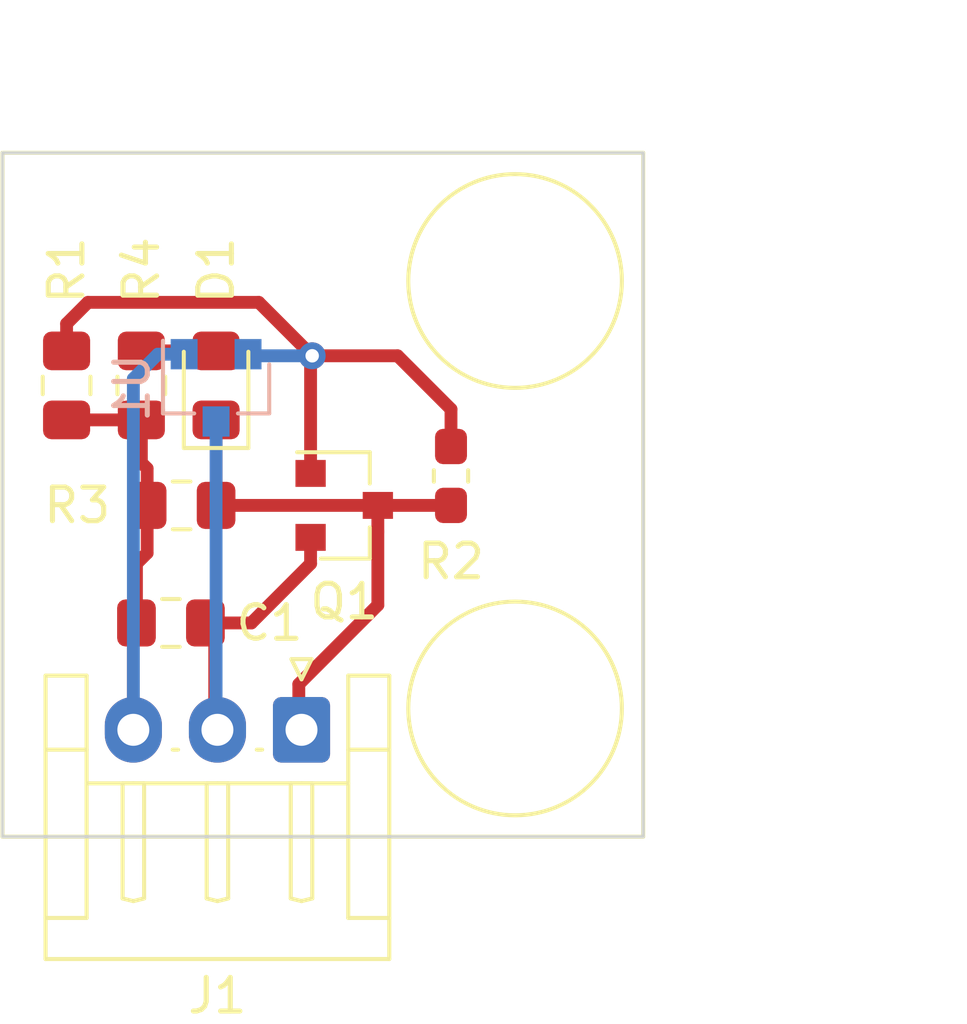
<source format=kicad_pcb>
(kicad_pcb (version 20171130) (host pcbnew "(5.1.5)-3")

  (general
    (thickness 1.6)
    (drawings 15)
    (tracks 39)
    (zones 0)
    (modules 11)
    (nets 6)
  )

  (page A4)
  (layers
    (0 F.Cu signal)
    (31 B.Cu signal)
    (32 B.Adhes user)
    (33 F.Adhes user)
    (34 B.Paste user)
    (35 F.Paste user)
    (36 B.SilkS user)
    (37 F.SilkS user)
    (38 B.Mask user)
    (39 F.Mask user)
    (40 Dwgs.User user)
    (41 Cmts.User user)
    (42 Eco1.User user)
    (43 Eco2.User user)
    (44 Edge.Cuts user)
    (45 Margin user)
    (46 B.CrtYd user)
    (47 F.CrtYd user)
    (48 B.Fab user hide)
    (49 F.Fab user hide)
  )

  (setup
    (last_trace_width 0.25)
    (user_trace_width 0.381)
    (trace_clearance 0.2)
    (zone_clearance 0.508)
    (zone_45_only no)
    (trace_min 0.2)
    (via_size 0.8)
    (via_drill 0.4)
    (via_min_size 0.4)
    (via_min_drill 0.3)
    (user_via 0.889 0.381)
    (uvia_size 0.3)
    (uvia_drill 0.1)
    (uvias_allowed no)
    (uvia_min_size 0.2)
    (uvia_min_drill 0.1)
    (edge_width 0.05)
    (segment_width 0.2)
    (pcb_text_width 0.3)
    (pcb_text_size 1.5 1.5)
    (mod_edge_width 0.12)
    (mod_text_size 1 1)
    (mod_text_width 0.15)
    (pad_size 1.524 1.524)
    (pad_drill 0.762)
    (pad_to_mask_clearance 0.051)
    (solder_mask_min_width 0.25)
    (aux_axis_origin 0 0)
    (grid_origin 139.7 63.5)
    (visible_elements 7FFFFFFF)
    (pcbplotparams
      (layerselection 0x010f0_ffffffff)
      (usegerberextensions false)
      (usegerberattributes false)
      (usegerberadvancedattributes false)
      (creategerberjobfile false)
      (excludeedgelayer true)
      (linewidth 0.100000)
      (plotframeref false)
      (viasonmask false)
      (mode 1)
      (useauxorigin false)
      (hpglpennumber 1)
      (hpglpenspeed 20)
      (hpglpendiameter 15.000000)
      (psnegative false)
      (psa4output false)
      (plotreference true)
      (plotvalue true)
      (plotinvisibletext false)
      (padsonsilk false)
      (subtractmaskfromsilk false)
      (outputformat 1)
      (mirror false)
      (drillshape 0)
      (scaleselection 1)
      (outputdirectory "./"))
  )

  (net 0 "")
  (net 1 GND)
  (net 2 +5V)
  (net 3 /Led+)
  (net 4 /Out)
  (net 5 /SensorOut)

  (net_class Default "This is the default net class."
    (clearance 0.2)
    (trace_width 0.25)
    (via_dia 0.8)
    (via_drill 0.4)
    (uvia_dia 0.3)
    (uvia_drill 0.1)
    (add_net +5V)
    (add_net /Led+)
    (add_net /Out)
    (add_net /SensorOut)
    (add_net GND)
  )

  (module Resistor_SMD:R_0603_1608Metric_Pad1.05x0.95mm_HandSolder (layer F.Cu) (tedit 5B301BBD) (tstamp 5DE4E80C)
    (at 153.035 52.7825 90)
    (descr "Resistor SMD 0603 (1608 Metric), square (rectangular) end terminal, IPC_7351 nominal with elongated pad for handsoldering. (Body size source: http://www.tortai-tech.com/upload/download/2011102023233369053.pdf), generated with kicad-footprint-generator")
    (tags "resistor handsolder")
    (path /5DE484AA)
    (attr smd)
    (fp_text reference R2 (at -2.54 0 180) (layer F.SilkS)
      (effects (font (size 1 1) (thickness 0.15)))
    )
    (fp_text value R (at 0 1.43 90) (layer F.Fab)
      (effects (font (size 1 1) (thickness 0.15)))
    )
    (fp_text user %R (at 0 0 90) (layer F.Fab)
      (effects (font (size 0.4 0.4) (thickness 0.06)))
    )
    (fp_line (start 1.65 0.73) (end -1.65 0.73) (layer F.CrtYd) (width 0.05))
    (fp_line (start 1.65 -0.73) (end 1.65 0.73) (layer F.CrtYd) (width 0.05))
    (fp_line (start -1.65 -0.73) (end 1.65 -0.73) (layer F.CrtYd) (width 0.05))
    (fp_line (start -1.65 0.73) (end -1.65 -0.73) (layer F.CrtYd) (width 0.05))
    (fp_line (start -0.171267 0.51) (end 0.171267 0.51) (layer F.SilkS) (width 0.12))
    (fp_line (start -0.171267 -0.51) (end 0.171267 -0.51) (layer F.SilkS) (width 0.12))
    (fp_line (start 0.8 0.4) (end -0.8 0.4) (layer F.Fab) (width 0.1))
    (fp_line (start 0.8 -0.4) (end 0.8 0.4) (layer F.Fab) (width 0.1))
    (fp_line (start -0.8 -0.4) (end 0.8 -0.4) (layer F.Fab) (width 0.1))
    (fp_line (start -0.8 0.4) (end -0.8 -0.4) (layer F.Fab) (width 0.1))
    (pad 2 smd roundrect (at 0.875 0 90) (size 1.05 0.95) (layers F.Cu F.Paste F.Mask) (roundrect_rratio 0.25)
      (net 5 /SensorOut))
    (pad 1 smd roundrect (at -0.875 0 90) (size 1.05 0.95) (layers F.Cu F.Paste F.Mask) (roundrect_rratio 0.25)
      (net 4 /Out))
    (model ${KISYS3DMOD}/Resistor_SMD.3dshapes/R_0603_1608Metric.wrl
      (at (xyz 0 0 0))
      (scale (xyz 1 1 1))
      (rotate (xyz 0 0 0))
    )
  )

  (module "0-MiscParts:MountingHole _1-8_1-4" (layer F.Cu) (tedit 5D5FAF04) (tstamp 5DE4F0B3)
    (at 154.94 59.69)
    (path /5DE64126)
    (fp_text reference H2 (at 0 2.032) (layer F.Fab)
      (effects (font (size 1 1) (thickness 0.15)))
    )
    (fp_text value MountingHole (at 0 -2.032) (layer F.Fab)
      (effects (font (size 1 1) (thickness 0.15)))
    )
    (fp_circle (center 0 0) (end 3.175 0) (layer F.SilkS) (width 0.12))
    (pad "" np_thru_hole circle (at 0 0) (size 3.175 3.175) (drill 3.175) (layers *.Cu *.Mask))
  )

  (module "0-MiscParts:MountingHole _1-8_1-4" (layer F.Cu) (tedit 5D5FAF04) (tstamp 5DE4F0AD)
    (at 154.94 46.99)
    (path /5DE63B03)
    (fp_text reference H1 (at 0 2.032) (layer F.Fab)
      (effects (font (size 1 1) (thickness 0.15)))
    )
    (fp_text value MountingHole (at 0 -2.032) (layer F.Fab)
      (effects (font (size 1 1) (thickness 0.15)))
    )
    (fp_circle (center 0 0) (end 3.175 0) (layer F.SilkS) (width 0.12))
    (pad "" np_thru_hole circle (at 0 0) (size 3.175 3.175) (drill 3.175) (layers *.Cu *.Mask))
  )

  (module Package_TO_SOT_SMD:SOT-23 (layer B.Cu) (tedit 5A02FF57) (tstamp 5DE4E40D)
    (at 146.05 50.165 270)
    (descr "SOT-23, Standard")
    (tags SOT-23)
    (path /5DE4B14E)
    (attr smd)
    (fp_text reference U1 (at 0 2.5 90) (layer B.SilkS)
      (effects (font (size 1 1) (thickness 0.15)) (justify mirror))
    )
    (fp_text value AH3572 (at 0 -2.5 90) (layer B.Fab)
      (effects (font (size 1 1) (thickness 0.15)) (justify mirror))
    )
    (fp_line (start 0.76 -1.58) (end -0.7 -1.58) (layer B.SilkS) (width 0.12))
    (fp_line (start 0.76 1.58) (end -1.4 1.58) (layer B.SilkS) (width 0.12))
    (fp_line (start -1.7 -1.75) (end -1.7 1.75) (layer B.CrtYd) (width 0.05))
    (fp_line (start 1.7 -1.75) (end -1.7 -1.75) (layer B.CrtYd) (width 0.05))
    (fp_line (start 1.7 1.75) (end 1.7 -1.75) (layer B.CrtYd) (width 0.05))
    (fp_line (start -1.7 1.75) (end 1.7 1.75) (layer B.CrtYd) (width 0.05))
    (fp_line (start 0.76 1.58) (end 0.76 0.65) (layer B.SilkS) (width 0.12))
    (fp_line (start 0.76 -1.58) (end 0.76 -0.65) (layer B.SilkS) (width 0.12))
    (fp_line (start -0.7 -1.52) (end 0.7 -1.52) (layer B.Fab) (width 0.1))
    (fp_line (start 0.7 1.52) (end 0.7 -1.52) (layer B.Fab) (width 0.1))
    (fp_line (start -0.7 0.95) (end -0.15 1.52) (layer B.Fab) (width 0.1))
    (fp_line (start -0.15 1.52) (end 0.7 1.52) (layer B.Fab) (width 0.1))
    (fp_line (start -0.7 0.95) (end -0.7 -1.5) (layer B.Fab) (width 0.1))
    (fp_text user %R (at 0 0 180) (layer B.Fab)
      (effects (font (size 0.5 0.5) (thickness 0.075)) (justify mirror))
    )
    (pad 3 smd rect (at 1 0 270) (size 0.9 0.8) (layers B.Cu B.Paste B.Mask)
      (net 1 GND))
    (pad 2 smd rect (at -1 -0.95 270) (size 0.9 0.8) (layers B.Cu B.Paste B.Mask)
      (net 5 /SensorOut))
    (pad 1 smd rect (at -1 0.95 270) (size 0.9 0.8) (layers B.Cu B.Paste B.Mask)
      (net 2 +5V))
    (model ${KISYS3DMOD}/Package_TO_SOT_SMD.3dshapes/SOT-23.wrl
      (at (xyz 0 0 0))
      (scale (xyz 1 1 1))
      (rotate (xyz 0 0 0))
    )
  )

  (module Resistor_SMD:R_0805_2012Metric_Pad1.15x1.40mm_HandSolder (layer F.Cu) (tedit 5B36C52B) (tstamp 5DE4E7DC)
    (at 143.8275 50.0925 90)
    (descr "Resistor SMD 0805 (2012 Metric), square (rectangular) end terminal, IPC_7351 nominal with elongated pad for handsoldering. (Body size source: https://docs.google.com/spreadsheets/d/1BsfQQcO9C6DZCsRaXUlFlo91Tg2WpOkGARC1WS5S8t0/edit?usp=sharing), generated with kicad-footprint-generator")
    (tags "resistor handsolder")
    (path /5DE48C74)
    (attr smd)
    (fp_text reference R4 (at 3.42 0 90) (layer F.SilkS)
      (effects (font (size 1 1) (thickness 0.15)))
    )
    (fp_text value 5.1k (at 0 1.65 90) (layer F.Fab)
      (effects (font (size 1 1) (thickness 0.15)))
    )
    (fp_text user %R (at 0 0 90) (layer F.Fab)
      (effects (font (size 0.5 0.5) (thickness 0.08)))
    )
    (fp_line (start 1.85 0.95) (end -1.85 0.95) (layer F.CrtYd) (width 0.05))
    (fp_line (start 1.85 -0.95) (end 1.85 0.95) (layer F.CrtYd) (width 0.05))
    (fp_line (start -1.85 -0.95) (end 1.85 -0.95) (layer F.CrtYd) (width 0.05))
    (fp_line (start -1.85 0.95) (end -1.85 -0.95) (layer F.CrtYd) (width 0.05))
    (fp_line (start -0.261252 0.71) (end 0.261252 0.71) (layer F.SilkS) (width 0.12))
    (fp_line (start -0.261252 -0.71) (end 0.261252 -0.71) (layer F.SilkS) (width 0.12))
    (fp_line (start 1 0.6) (end -1 0.6) (layer F.Fab) (width 0.1))
    (fp_line (start 1 -0.6) (end 1 0.6) (layer F.Fab) (width 0.1))
    (fp_line (start -1 -0.6) (end 1 -0.6) (layer F.Fab) (width 0.1))
    (fp_line (start -1 0.6) (end -1 -0.6) (layer F.Fab) (width 0.1))
    (pad 2 smd roundrect (at 1.025 0 90) (size 1.15 1.4) (layers F.Cu F.Paste F.Mask) (roundrect_rratio 0.217391)
      (net 3 /Led+))
    (pad 1 smd roundrect (at -1.025 0 90) (size 1.15 1.4) (layers F.Cu F.Paste F.Mask) (roundrect_rratio 0.217391)
      (net 2 +5V))
    (model ${KISYS3DMOD}/Resistor_SMD.3dshapes/R_0805_2012Metric.wrl
      (at (xyz 0 0 0))
      (scale (xyz 1 1 1))
      (rotate (xyz 0 0 0))
    )
  )

  (module Resistor_SMD:R_0805_2012Metric_Pad1.15x1.40mm_HandSolder (layer F.Cu) (tedit 5B36C52B) (tstamp 5DE4E86C)
    (at 145.025 53.6575)
    (descr "Resistor SMD 0805 (2012 Metric), square (rectangular) end terminal, IPC_7351 nominal with elongated pad for handsoldering. (Body size source: https://docs.google.com/spreadsheets/d/1BsfQQcO9C6DZCsRaXUlFlo91Tg2WpOkGARC1WS5S8t0/edit?usp=sharing), generated with kicad-footprint-generator")
    (tags "resistor handsolder")
    (path /5DE487CF)
    (attr smd)
    (fp_text reference R3 (at -3.1025 0) (layer F.SilkS)
      (effects (font (size 1 1) (thickness 0.15)))
    )
    (fp_text value 10k (at 0 1.65) (layer F.Fab)
      (effects (font (size 1 1) (thickness 0.15)))
    )
    (fp_text user %R (at 0 0) (layer F.Fab)
      (effects (font (size 0.5 0.5) (thickness 0.08)))
    )
    (fp_line (start 1.85 0.95) (end -1.85 0.95) (layer F.CrtYd) (width 0.05))
    (fp_line (start 1.85 -0.95) (end 1.85 0.95) (layer F.CrtYd) (width 0.05))
    (fp_line (start -1.85 -0.95) (end 1.85 -0.95) (layer F.CrtYd) (width 0.05))
    (fp_line (start -1.85 0.95) (end -1.85 -0.95) (layer F.CrtYd) (width 0.05))
    (fp_line (start -0.261252 0.71) (end 0.261252 0.71) (layer F.SilkS) (width 0.12))
    (fp_line (start -0.261252 -0.71) (end 0.261252 -0.71) (layer F.SilkS) (width 0.12))
    (fp_line (start 1 0.6) (end -1 0.6) (layer F.Fab) (width 0.1))
    (fp_line (start 1 -0.6) (end 1 0.6) (layer F.Fab) (width 0.1))
    (fp_line (start -1 -0.6) (end 1 -0.6) (layer F.Fab) (width 0.1))
    (fp_line (start -1 0.6) (end -1 -0.6) (layer F.Fab) (width 0.1))
    (pad 2 smd roundrect (at 1.025 0) (size 1.15 1.4) (layers F.Cu F.Paste F.Mask) (roundrect_rratio 0.217391)
      (net 4 /Out))
    (pad 1 smd roundrect (at -1.025 0) (size 1.15 1.4) (layers F.Cu F.Paste F.Mask) (roundrect_rratio 0.217391)
      (net 2 +5V))
    (model ${KISYS3DMOD}/Resistor_SMD.3dshapes/R_0805_2012Metric.wrl
      (at (xyz 0 0 0))
      (scale (xyz 1 1 1))
      (rotate (xyz 0 0 0))
    )
  )

  (module Resistor_SMD:R_0805_2012Metric_Pad1.15x1.40mm_HandSolder (layer F.Cu) (tedit 5B36C52B) (tstamp 5DE4E8F9)
    (at 141.605 50.0925 90)
    (descr "Resistor SMD 0805 (2012 Metric), square (rectangular) end terminal, IPC_7351 nominal with elongated pad for handsoldering. (Body size source: https://docs.google.com/spreadsheets/d/1BsfQQcO9C6DZCsRaXUlFlo91Tg2WpOkGARC1WS5S8t0/edit?usp=sharing), generated with kicad-footprint-generator")
    (tags "resistor handsolder")
    (path /5DE49315)
    (attr smd)
    (fp_text reference R1 (at 3.42 0 90) (layer F.SilkS)
      (effects (font (size 1 1) (thickness 0.15)))
    )
    (fp_text value 4.7k (at 0 1.65 90) (layer F.Fab)
      (effects (font (size 1 1) (thickness 0.15)))
    )
    (fp_text user %R (at 0 0 90) (layer F.Fab)
      (effects (font (size 0.5 0.5) (thickness 0.08)))
    )
    (fp_line (start 1.85 0.95) (end -1.85 0.95) (layer F.CrtYd) (width 0.05))
    (fp_line (start 1.85 -0.95) (end 1.85 0.95) (layer F.CrtYd) (width 0.05))
    (fp_line (start -1.85 -0.95) (end 1.85 -0.95) (layer F.CrtYd) (width 0.05))
    (fp_line (start -1.85 0.95) (end -1.85 -0.95) (layer F.CrtYd) (width 0.05))
    (fp_line (start -0.261252 0.71) (end 0.261252 0.71) (layer F.SilkS) (width 0.12))
    (fp_line (start -0.261252 -0.71) (end 0.261252 -0.71) (layer F.SilkS) (width 0.12))
    (fp_line (start 1 0.6) (end -1 0.6) (layer F.Fab) (width 0.1))
    (fp_line (start 1 -0.6) (end 1 0.6) (layer F.Fab) (width 0.1))
    (fp_line (start -1 -0.6) (end 1 -0.6) (layer F.Fab) (width 0.1))
    (fp_line (start -1 0.6) (end -1 -0.6) (layer F.Fab) (width 0.1))
    (pad 2 smd roundrect (at 1.025 0 90) (size 1.15 1.4) (layers F.Cu F.Paste F.Mask) (roundrect_rratio 0.217391)
      (net 5 /SensorOut))
    (pad 1 smd roundrect (at -1.025 0 90) (size 1.15 1.4) (layers F.Cu F.Paste F.Mask) (roundrect_rratio 0.217391)
      (net 2 +5V))
    (model ${KISYS3DMOD}/Resistor_SMD.3dshapes/R_0805_2012Metric.wrl
      (at (xyz 0 0 0))
      (scale (xyz 1 1 1))
      (rotate (xyz 0 0 0))
    )
  )

  (module Package_TO_SOT_SMD:SOT-23 (layer F.Cu) (tedit 5A02FF57) (tstamp 5DE4E8A0)
    (at 149.86 53.6575)
    (descr "SOT-23, Standard")
    (tags SOT-23)
    (path /5DE47943)
    (attr smd)
    (fp_text reference Q1 (at 0 2.8575) (layer F.SilkS)
      (effects (font (size 1 1) (thickness 0.15)))
    )
    (fp_text value Q_NMOS_GSD (at 0 2.5) (layer F.Fab)
      (effects (font (size 1 1) (thickness 0.15)))
    )
    (fp_line (start 0.76 1.58) (end -0.7 1.58) (layer F.SilkS) (width 0.12))
    (fp_line (start 0.76 -1.58) (end -1.4 -1.58) (layer F.SilkS) (width 0.12))
    (fp_line (start -1.7 1.75) (end -1.7 -1.75) (layer F.CrtYd) (width 0.05))
    (fp_line (start 1.7 1.75) (end -1.7 1.75) (layer F.CrtYd) (width 0.05))
    (fp_line (start 1.7 -1.75) (end 1.7 1.75) (layer F.CrtYd) (width 0.05))
    (fp_line (start -1.7 -1.75) (end 1.7 -1.75) (layer F.CrtYd) (width 0.05))
    (fp_line (start 0.76 -1.58) (end 0.76 -0.65) (layer F.SilkS) (width 0.12))
    (fp_line (start 0.76 1.58) (end 0.76 0.65) (layer F.SilkS) (width 0.12))
    (fp_line (start -0.7 1.52) (end 0.7 1.52) (layer F.Fab) (width 0.1))
    (fp_line (start 0.7 -1.52) (end 0.7 1.52) (layer F.Fab) (width 0.1))
    (fp_line (start -0.7 -0.95) (end -0.15 -1.52) (layer F.Fab) (width 0.1))
    (fp_line (start -0.15 -1.52) (end 0.7 -1.52) (layer F.Fab) (width 0.1))
    (fp_line (start -0.7 -0.95) (end -0.7 1.5) (layer F.Fab) (width 0.1))
    (fp_text user %R (at 0 0 90) (layer F.Fab)
      (effects (font (size 0.5 0.5) (thickness 0.075)))
    )
    (pad 3 smd rect (at 1 0) (size 0.9 0.8) (layers F.Cu F.Paste F.Mask)
      (net 4 /Out))
    (pad 2 smd rect (at -1 0.95) (size 0.9 0.8) (layers F.Cu F.Paste F.Mask)
      (net 1 GND))
    (pad 1 smd rect (at -1 -0.95) (size 0.9 0.8) (layers F.Cu F.Paste F.Mask)
      (net 5 /SensorOut))
    (model ${KISYS3DMOD}/Package_TO_SOT_SMD.3dshapes/SOT-23.wrl
      (at (xyz 0 0 0))
      (scale (xyz 1 1 1))
      (rotate (xyz 0 0 0))
    )
  )

  (module Connector_JST:JST_EH_S3B-EH_1x03_P2.50mm_Horizontal (layer F.Cu) (tedit 5C281425) (tstamp 5DE4E39F)
    (at 148.59 60.325 180)
    (descr "JST EH series connector, S3B-EH (http://www.jst-mfg.com/product/pdf/eng/eEH.pdf), generated with kicad-footprint-generator")
    (tags "connector JST EH horizontal")
    (path /5DE4A403)
    (fp_text reference J1 (at 2.5 -7.9) (layer F.SilkS)
      (effects (font (size 1 1) (thickness 0.15)))
    )
    (fp_text value Conn_01x03 (at 2.5 2.7) (layer F.Fab)
      (effects (font (size 1 1) (thickness 0.15)))
    )
    (fp_text user %R (at 2.5 -2.6) (layer F.Fab)
      (effects (font (size 1 1) (thickness 0.15)))
    )
    (fp_line (start 0 -1.407107) (end 0.5 -0.7) (layer F.Fab) (width 0.1))
    (fp_line (start -0.5 -0.7) (end 0 -1.407107) (layer F.Fab) (width 0.1))
    (fp_line (start 0.3 2.1) (end 0 1.5) (layer F.SilkS) (width 0.12))
    (fp_line (start -0.3 2.1) (end 0.3 2.1) (layer F.SilkS) (width 0.12))
    (fp_line (start 0 1.5) (end -0.3 2.1) (layer F.SilkS) (width 0.12))
    (fp_line (start 5.32 -1.59) (end 5 -1.59) (layer F.SilkS) (width 0.12))
    (fp_line (start 5.32 -5.01) (end 5.32 -1.59) (layer F.SilkS) (width 0.12))
    (fp_line (start 5 -5.09) (end 5.32 -5.01) (layer F.SilkS) (width 0.12))
    (fp_line (start 4.68 -5.01) (end 5 -5.09) (layer F.SilkS) (width 0.12))
    (fp_line (start 4.68 -1.59) (end 4.68 -5.01) (layer F.SilkS) (width 0.12))
    (fp_line (start 5 -1.59) (end 4.68 -1.59) (layer F.SilkS) (width 0.12))
    (fp_line (start 3.67 -0.59) (end 3.83 -0.59) (layer F.SilkS) (width 0.12))
    (fp_line (start 2.82 -1.59) (end 2.5 -1.59) (layer F.SilkS) (width 0.12))
    (fp_line (start 2.82 -5.01) (end 2.82 -1.59) (layer F.SilkS) (width 0.12))
    (fp_line (start 2.5 -5.09) (end 2.82 -5.01) (layer F.SilkS) (width 0.12))
    (fp_line (start 2.18 -5.01) (end 2.5 -5.09) (layer F.SilkS) (width 0.12))
    (fp_line (start 2.18 -1.59) (end 2.18 -5.01) (layer F.SilkS) (width 0.12))
    (fp_line (start 2.5 -1.59) (end 2.18 -1.59) (layer F.SilkS) (width 0.12))
    (fp_line (start 1.17 -0.59) (end 1.33 -0.59) (layer F.SilkS) (width 0.12))
    (fp_line (start 0.32 -1.59) (end 0 -1.59) (layer F.SilkS) (width 0.12))
    (fp_line (start 0.32 -5.01) (end 0.32 -1.59) (layer F.SilkS) (width 0.12))
    (fp_line (start 0 -5.09) (end 0.32 -5.01) (layer F.SilkS) (width 0.12))
    (fp_line (start -0.32 -5.01) (end 0 -5.09) (layer F.SilkS) (width 0.12))
    (fp_line (start -0.32 -1.59) (end -0.32 -5.01) (layer F.SilkS) (width 0.12))
    (fp_line (start 0 -1.59) (end -0.32 -1.59) (layer F.SilkS) (width 0.12))
    (fp_line (start -1.39 -1.59) (end 6.39 -1.59) (layer F.SilkS) (width 0.12))
    (fp_line (start 6.39 -0.59) (end 7.61 -0.59) (layer F.SilkS) (width 0.12))
    (fp_line (start 6.39 -5.59) (end 6.39 -0.59) (layer F.SilkS) (width 0.12))
    (fp_line (start 7.61 -5.59) (end 6.39 -5.59) (layer F.SilkS) (width 0.12))
    (fp_line (start -1.39 -0.59) (end -2.61 -0.59) (layer F.SilkS) (width 0.12))
    (fp_line (start -1.39 -5.59) (end -1.39 -0.59) (layer F.SilkS) (width 0.12))
    (fp_line (start -2.61 -5.59) (end -1.39 -5.59) (layer F.SilkS) (width 0.12))
    (fp_line (start 6.39 1.61) (end 6.39 -0.59) (layer F.SilkS) (width 0.12))
    (fp_line (start 7.61 1.61) (end 6.39 1.61) (layer F.SilkS) (width 0.12))
    (fp_line (start 7.61 -6.81) (end 7.61 1.61) (layer F.SilkS) (width 0.12))
    (fp_line (start -2.61 -6.81) (end 7.61 -6.81) (layer F.SilkS) (width 0.12))
    (fp_line (start -2.61 1.61) (end -2.61 -6.81) (layer F.SilkS) (width 0.12))
    (fp_line (start -1.39 1.61) (end -2.61 1.61) (layer F.SilkS) (width 0.12))
    (fp_line (start -1.39 -0.59) (end -1.39 1.61) (layer F.SilkS) (width 0.12))
    (fp_line (start 8 -7.2) (end -3 -7.2) (layer F.CrtYd) (width 0.05))
    (fp_line (start 8 2) (end 8 -7.2) (layer F.CrtYd) (width 0.05))
    (fp_line (start -3 2) (end 8 2) (layer F.CrtYd) (width 0.05))
    (fp_line (start -3 -7.2) (end -3 2) (layer F.CrtYd) (width 0.05))
    (fp_line (start 6.5 -0.7) (end -1.5 -0.7) (layer F.Fab) (width 0.1))
    (fp_line (start 6.5 1.5) (end 6.5 -0.7) (layer F.Fab) (width 0.1))
    (fp_line (start 7.5 1.5) (end 6.5 1.5) (layer F.Fab) (width 0.1))
    (fp_line (start 7.5 -6.7) (end 7.5 1.5) (layer F.Fab) (width 0.1))
    (fp_line (start -2.5 -6.7) (end 7.5 -6.7) (layer F.Fab) (width 0.1))
    (fp_line (start -2.5 1.5) (end -2.5 -6.7) (layer F.Fab) (width 0.1))
    (fp_line (start -1.5 1.5) (end -2.5 1.5) (layer F.Fab) (width 0.1))
    (fp_line (start -1.5 -0.7) (end -1.5 1.5) (layer F.Fab) (width 0.1))
    (pad 3 thru_hole oval (at 5 0 180) (size 1.7 1.95) (drill 0.95) (layers *.Cu *.Mask)
      (net 2 +5V))
    (pad 2 thru_hole oval (at 2.5 0 180) (size 1.7 1.95) (drill 0.95) (layers *.Cu *.Mask)
      (net 1 GND))
    (pad 1 thru_hole roundrect (at 0 0 180) (size 1.7 1.95) (drill 0.95) (layers *.Cu *.Mask) (roundrect_rratio 0.147059)
      (net 4 /Out))
    (model ${KISYS3DMOD}/Connector_JST.3dshapes/JST_EH_S3B-EH_1x03_P2.50mm_Horizontal.wrl
      (at (xyz 0 0 0))
      (scale (xyz 1 1 1))
      (rotate (xyz 0 0 0))
    )
  )

  (module LED_SMD:LED_0805_2012Metric_Pad1.15x1.40mm_HandSolder (layer F.Cu) (tedit 5B4B45C9) (tstamp 5DE4E364)
    (at 146.05 50.0925 90)
    (descr "LED SMD 0805 (2012 Metric), square (rectangular) end terminal, IPC_7351 nominal, (Body size source: https://docs.google.com/spreadsheets/d/1BsfQQcO9C6DZCsRaXUlFlo91Tg2WpOkGARC1WS5S8t0/edit?usp=sharing), generated with kicad-footprint-generator")
    (tags "LED handsolder")
    (path /5DE4975F)
    (attr smd)
    (fp_text reference D1 (at 3.42 0 90) (layer F.SilkS)
      (effects (font (size 1 1) (thickness 0.15)))
    )
    (fp_text value LED (at 0 1.65 90) (layer F.Fab)
      (effects (font (size 1 1) (thickness 0.15)))
    )
    (fp_text user %R (at 0 0 90) (layer F.Fab)
      (effects (font (size 0.5 0.5) (thickness 0.08)))
    )
    (fp_line (start 1.85 0.95) (end -1.85 0.95) (layer F.CrtYd) (width 0.05))
    (fp_line (start 1.85 -0.95) (end 1.85 0.95) (layer F.CrtYd) (width 0.05))
    (fp_line (start -1.85 -0.95) (end 1.85 -0.95) (layer F.CrtYd) (width 0.05))
    (fp_line (start -1.85 0.95) (end -1.85 -0.95) (layer F.CrtYd) (width 0.05))
    (fp_line (start -1.86 0.96) (end 1 0.96) (layer F.SilkS) (width 0.12))
    (fp_line (start -1.86 -0.96) (end -1.86 0.96) (layer F.SilkS) (width 0.12))
    (fp_line (start 1 -0.96) (end -1.86 -0.96) (layer F.SilkS) (width 0.12))
    (fp_line (start 1 0.6) (end 1 -0.6) (layer F.Fab) (width 0.1))
    (fp_line (start -1 0.6) (end 1 0.6) (layer F.Fab) (width 0.1))
    (fp_line (start -1 -0.3) (end -1 0.6) (layer F.Fab) (width 0.1))
    (fp_line (start -0.7 -0.6) (end -1 -0.3) (layer F.Fab) (width 0.1))
    (fp_line (start 1 -0.6) (end -0.7 -0.6) (layer F.Fab) (width 0.1))
    (pad 2 smd roundrect (at 1.025 0 90) (size 1.15 1.4) (layers F.Cu F.Paste F.Mask) (roundrect_rratio 0.217391)
      (net 3 /Led+))
    (pad 1 smd roundrect (at -1.025 0 90) (size 1.15 1.4) (layers F.Cu F.Paste F.Mask) (roundrect_rratio 0.217391)
      (net 4 /Out))
    (model ${KISYS3DMOD}/LED_SMD.3dshapes/LED_0805_2012Metric.wrl
      (at (xyz 0 0 0))
      (scale (xyz 1 1 1))
      (rotate (xyz 0 0 0))
    )
  )

  (module Capacitor_SMD:C_0805_2012Metric_Pad1.15x1.40mm_HandSolder (layer F.Cu) (tedit 5B36C52B) (tstamp 5DE4E7AC)
    (at 144.7075 57.15)
    (descr "Capacitor SMD 0805 (2012 Metric), square (rectangular) end terminal, IPC_7351 nominal with elongated pad for handsoldering. (Body size source: https://docs.google.com/spreadsheets/d/1BsfQQcO9C6DZCsRaXUlFlo91Tg2WpOkGARC1WS5S8t0/edit?usp=sharing), generated with kicad-footprint-generator")
    (tags "capacitor handsolder")
    (path /5DE480D5)
    (attr smd)
    (fp_text reference C1 (at 2.93 0) (layer F.SilkS)
      (effects (font (size 1 1) (thickness 0.15)))
    )
    (fp_text value .1uf (at 0 1.65) (layer F.Fab)
      (effects (font (size 1 1) (thickness 0.15)))
    )
    (fp_text user %R (at 0 0) (layer F.Fab)
      (effects (font (size 0.5 0.5) (thickness 0.08)))
    )
    (fp_line (start 1.85 0.95) (end -1.85 0.95) (layer F.CrtYd) (width 0.05))
    (fp_line (start 1.85 -0.95) (end 1.85 0.95) (layer F.CrtYd) (width 0.05))
    (fp_line (start -1.85 -0.95) (end 1.85 -0.95) (layer F.CrtYd) (width 0.05))
    (fp_line (start -1.85 0.95) (end -1.85 -0.95) (layer F.CrtYd) (width 0.05))
    (fp_line (start -0.261252 0.71) (end 0.261252 0.71) (layer F.SilkS) (width 0.12))
    (fp_line (start -0.261252 -0.71) (end 0.261252 -0.71) (layer F.SilkS) (width 0.12))
    (fp_line (start 1 0.6) (end -1 0.6) (layer F.Fab) (width 0.1))
    (fp_line (start 1 -0.6) (end 1 0.6) (layer F.Fab) (width 0.1))
    (fp_line (start -1 -0.6) (end 1 -0.6) (layer F.Fab) (width 0.1))
    (fp_line (start -1 0.6) (end -1 -0.6) (layer F.Fab) (width 0.1))
    (pad 2 smd roundrect (at 1.025 0) (size 1.15 1.4) (layers F.Cu F.Paste F.Mask) (roundrect_rratio 0.217391)
      (net 1 GND))
    (pad 1 smd roundrect (at -1.025 0) (size 1.15 1.4) (layers F.Cu F.Paste F.Mask) (roundrect_rratio 0.217391)
      (net 2 +5V))
    (model ${KISYS3DMOD}/Capacitor_SMD.3dshapes/C_0805_2012Metric.wrl
      (at (xyz 0 0 0))
      (scale (xyz 1 1 1))
      (rotate (xyz 0 0 0))
    )
  )

  (dimension 5.715 (width 0.15) (layer Dwgs.User)
    (gr_text "0.2250 in" (at 152.0825 40.927501) (layer Dwgs.User)
      (effects (font (size 1 1) (thickness 0.15)))
    )
    (feature1 (pts (xy 149.225 43.18) (xy 149.225 41.64108)))
    (feature2 (pts (xy 154.94 43.18) (xy 154.94 41.64108)))
    (crossbar (pts (xy 154.94 42.227501) (xy 149.225 42.227501)))
    (arrow1a (pts (xy 149.225 42.227501) (xy 150.351504 41.64108)))
    (arrow1b (pts (xy 149.225 42.227501) (xy 150.351504 42.813922)))
    (arrow2a (pts (xy 154.94 42.227501) (xy 153.813496 41.64108)))
    (arrow2b (pts (xy 154.94 42.227501) (xy 153.813496 42.813922)))
  )
  (gr_line (start 149.225 43.18) (end 149.225 63.5) (layer Dwgs.User) (width 0.15))
  (dimension 6.35 (width 0.15) (layer Dwgs.User)
    (gr_text "0.2500 in" (at 161.6375 50.165 270) (layer Dwgs.User)
      (effects (font (size 1 1) (thickness 0.15)))
    )
    (feature1 (pts (xy 158.75 53.34) (xy 160.923921 53.34)))
    (feature2 (pts (xy 158.75 46.99) (xy 160.923921 46.99)))
    (crossbar (pts (xy 160.3375 46.99) (xy 160.3375 53.34)))
    (arrow1a (pts (xy 160.3375 53.34) (xy 159.751079 52.213496)))
    (arrow1b (pts (xy 160.3375 53.34) (xy 160.923921 52.213496)))
    (arrow2a (pts (xy 160.3375 46.99) (xy 159.751079 48.116504)))
    (arrow2b (pts (xy 160.3375 46.99) (xy 160.923921 48.116504)))
  )
  (gr_line (start 139.7 53.34) (end 158.75 53.34) (layer Dwgs.User) (width 0.15))
  (dimension 19.05 (width 0.15) (layer Dwgs.User)
    (gr_text "0.7500 in" (at 149.225 39.34) (layer Dwgs.User)
      (effects (font (size 1 1) (thickness 0.15)))
    )
    (feature1 (pts (xy 158.75 43.18) (xy 158.75 40.053579)))
    (feature2 (pts (xy 139.7 43.18) (xy 139.7 40.053579)))
    (crossbar (pts (xy 139.7 40.64) (xy 158.75 40.64)))
    (arrow1a (pts (xy 158.75 40.64) (xy 157.623496 41.226421)))
    (arrow1b (pts (xy 158.75 40.64) (xy 157.623496 40.053579)))
    (arrow2a (pts (xy 139.7 40.64) (xy 140.826504 41.226421)))
    (arrow2b (pts (xy 139.7 40.64) (xy 140.826504 40.053579)))
  )
  (dimension 20.32 (width 0.15) (layer Dwgs.User)
    (gr_text "0.8000 in" (at 167.035 53.34 270) (layer Dwgs.User)
      (effects (font (size 1 1) (thickness 0.15)))
    )
    (feature1 (pts (xy 158.75 63.5) (xy 166.321421 63.5)))
    (feature2 (pts (xy 158.75 43.18) (xy 166.321421 43.18)))
    (crossbar (pts (xy 165.735 43.18) (xy 165.735 63.5)))
    (arrow1a (pts (xy 165.735 63.5) (xy 165.148579 62.373496)))
    (arrow1b (pts (xy 165.735 63.5) (xy 166.321421 62.373496)))
    (arrow2a (pts (xy 165.735 43.18) (xy 165.148579 44.306504)))
    (arrow2b (pts (xy 165.735 43.18) (xy 166.321421 44.306504)))
  )
  (dimension 12.7 (width 0.12) (layer Dwgs.User)
    (gr_text "0.5000 in" (at 163.83 53.34 90) (layer Dwgs.User)
      (effects (font (size 1 1) (thickness 0.15)))
    )
    (feature1 (pts (xy 158.75 46.99) (xy 163.146421 46.99)))
    (feature2 (pts (xy 158.75 59.69) (xy 163.146421 59.69)))
    (crossbar (pts (xy 162.56 59.69) (xy 162.56 46.99)))
    (arrow1a (pts (xy 162.56 46.99) (xy 163.146421 48.116504)))
    (arrow1b (pts (xy 162.56 46.99) (xy 161.973579 48.116504)))
    (arrow2a (pts (xy 162.56 59.69) (xy 163.146421 58.563496)))
    (arrow2b (pts (xy 162.56 59.69) (xy 161.973579 58.563496)))
  )
  (gr_line (start 139.7 63.5) (end 139.7 43.18) (layer Edge.Cuts) (width 0.1))
  (gr_line (start 158.75 63.5) (end 139.7 63.5) (layer Edge.Cuts) (width 0.1))
  (gr_line (start 158.75 43.18) (end 158.75 63.5) (layer Edge.Cuts) (width 0.1) (tstamp 5EFD8D42))
  (gr_line (start 139.7 43.18) (end 158.75 43.18) (layer Edge.Cuts) (width 0.1))
  (gr_line (start 158.75 63.5) (end 139.7 63.5) (layer F.SilkS) (width 0.12) (tstamp 5DE4E797))
  (gr_line (start 158.75 43.18) (end 158.75 63.5) (layer F.SilkS) (width 0.12) (tstamp 5DE4E79A))
  (gr_line (start 139.7 43.18) (end 158.75 43.18) (layer F.SilkS) (width 0.12))
  (gr_line (start 139.7 63.5) (end 139.7 43.18) (layer F.SilkS) (width 0.12))

  (segment (start 146.01 57.4275) (end 145.7325 57.15) (width 0.381) (layer F.Cu) (net 1))
  (segment (start 146.01 60.325) (end 146.01 57.4275) (width 0.381) (layer F.Cu) (net 1))
  (segment (start 148.86 55.3885) (end 147.0985 57.15) (width 0.381) (layer F.Cu) (net 1))
  (segment (start 148.86 54.6075) (end 148.86 55.3885) (width 0.381) (layer F.Cu) (net 1))
  (segment (start 147.0985 57.15) (end 145.7325 57.15) (width 0.381) (layer F.Cu) (net 1))
  (segment (start 146.05 60.285) (end 146.01 60.325) (width 0.381) (layer B.Cu) (net 1))
  (segment (start 146.05 51.165) (end 146.05 60.285) (width 0.381) (layer B.Cu) (net 1))
  (segment (start 143.6825 57.15) (end 143.6825 55.39) (width 0.381) (layer F.Cu) (net 2))
  (segment (start 144 55.0725) (end 144 53.6575) (width 0.381) (layer F.Cu) (net 2))
  (segment (start 143.6825 55.39) (end 144 55.0725) (width 0.381) (layer F.Cu) (net 2))
  (segment (start 144 53.6575) (end 144 52.56) (width 0.381) (layer F.Cu) (net 2))
  (segment (start 143.8275 52.3875) (end 143.8275 51.1175) (width 0.381) (layer F.Cu) (net 2))
  (segment (start 144 52.56) (end 143.8275 52.3875) (width 0.381) (layer F.Cu) (net 2))
  (segment (start 141.605 51.1175) (end 143.8275 51.1175) (width 0.381) (layer F.Cu) (net 2))
  (segment (start 144.319 49.165) (end 145.1 49.165) (width 0.381) (layer B.Cu) (net 2))
  (segment (start 143.59 49.894) (end 144.319 49.165) (width 0.381) (layer B.Cu) (net 2))
  (segment (start 143.59 60.325) (end 143.59 49.894) (width 0.381) (layer B.Cu) (net 2))
  (segment (start 143.59 57.2425) (end 143.6825 57.15) (width 0.381) (layer F.Cu) (net 2))
  (segment (start 143.59 60.325) (end 143.59 57.2425) (width 0.381) (layer F.Cu) (net 2))
  (segment (start 143.8275 49.0675) (end 146.05 49.0675) (width 0.381) (layer F.Cu) (net 3))
  (segment (start 146.05 53.6575) (end 150.86 53.6575) (width 0.381) (layer F.Cu) (net 4))
  (segment (start 146.05 53.6575) (end 146.05 51.1175) (width 0.381) (layer F.Cu) (net 4))
  (segment (start 150.86 53.6575) (end 153.035 53.6575) (width 0.381) (layer F.Cu) (net 4))
  (segment (start 150.86 54.4385) (end 150.86 53.6575) (width 0.381) (layer F.Cu) (net 4))
  (segment (start 150.86 56.619) (end 150.86 54.4385) (width 0.381) (layer F.Cu) (net 4))
  (segment (start 148.51 58.969) (end 150.86 56.619) (width 0.381) (layer F.Cu) (net 4))
  (segment (start 148.51 60.325) (end 148.51 58.969) (width 0.381) (layer F.Cu) (net 4))
  (via (at 148.9075 49.2125) (size 0.8) (drill 0.4) (layers F.Cu B.Cu) (net 5))
  (segment (start 148.86 49.26) (end 148.9075 49.2125) (width 0.381) (layer F.Cu) (net 5))
  (segment (start 148.86 52.7075) (end 148.86 49.26) (width 0.381) (layer F.Cu) (net 5))
  (segment (start 147.0475 49.2125) (end 147 49.165) (width 0.381) (layer B.Cu) (net 5))
  (segment (start 148.9075 49.2125) (end 147.0475 49.2125) (width 0.381) (layer B.Cu) (net 5))
  (segment (start 147.32 47.625) (end 148.9075 49.2125) (width 0.381) (layer F.Cu) (net 5))
  (segment (start 142.24 47.625) (end 147.32 47.625) (width 0.381) (layer F.Cu) (net 5))
  (segment (start 141.605 49.0675) (end 141.605 48.26) (width 0.381) (layer F.Cu) (net 5))
  (segment (start 141.605 48.26) (end 142.24 47.625) (width 0.381) (layer F.Cu) (net 5))
  (segment (start 153.035 50.8) (end 153.035 51.9075) (width 0.381) (layer F.Cu) (net 5))
  (segment (start 148.9075 49.2125) (end 151.4475 49.2125) (width 0.381) (layer F.Cu) (net 5))
  (segment (start 151.4475 49.2125) (end 153.035 50.8) (width 0.381) (layer F.Cu) (net 5))

)

</source>
